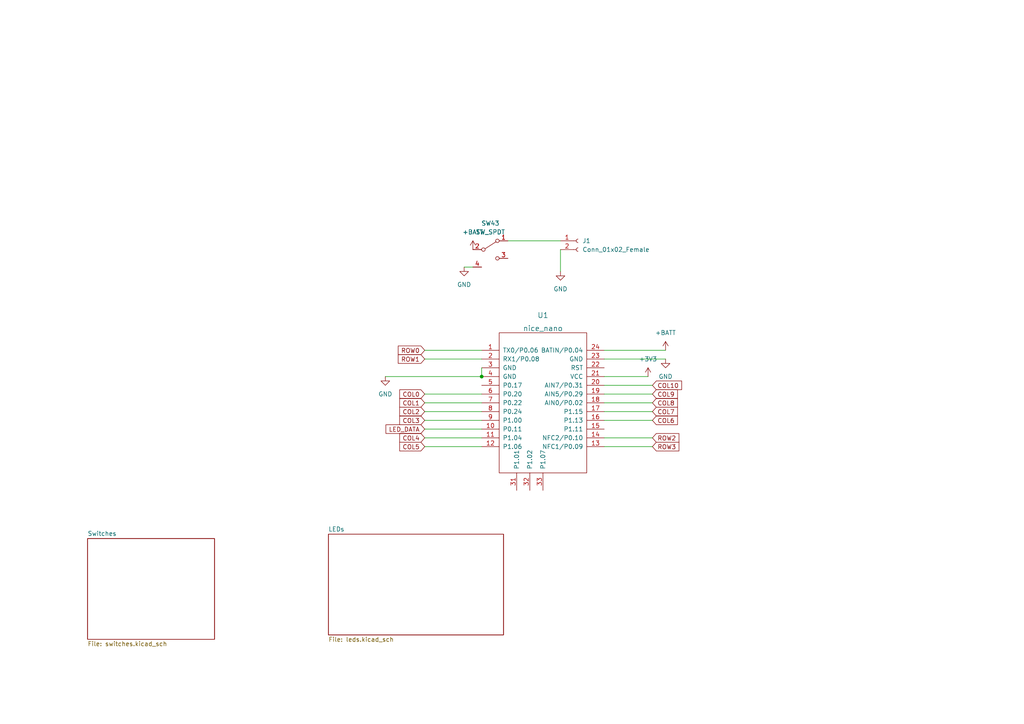
<source format=kicad_sch>
(kicad_sch (version 20211123) (generator eeschema)
  (paper "A4")
  (lib_symbols
    (symbol "Connector:Conn_01x02_Female" (pin_names (offset 1.016) hide)
      (property "Reference" "J" (at 0 2.54 0))
      (property "Value" "Conn_01x02_Female" (at 0 -5.08 0))
      (symbol "Conn_01x02_Female_1_1"
        (arc (start 0 -2.032) (mid -0.508 -2.54) (end 0 -3.048) (stroke (width 0.1524)))
        (polyline (pts (xy -1.27 -2.54) (xy -0.508 -2.54)) (stroke (width 0.1524)))
        (polyline (pts (xy -1.27 0) (xy -0.508 0)) (stroke (width 0.1524)))
        (arc (start 0 0.508) (mid -0.508 0) (end 0 -0.508) (stroke (width 0.1524)))
        (pin passive line (at -5.08 0 0) (length 3.81) (name "Pin_1") (number "1"))
        (pin passive line (at -5.08 -2.54 0) (length 3.81) (name "Pin_2") (number "2"))
      )
    )
    (symbol "nice!nano:nice_nano" (pin_names (offset 1.016))
      (property "Reference" "U" (at 0 0 0))
      (property "Value" "nice_nano" (at 0 2.54 0))
      (symbol "nice_nano_0_1"
        (rectangle (start -12.7 -21.59) (end 12.7 19.05))
      )
      (symbol "nice_nano_1_1"
        (pin input line (at -17.78 13.97 0) (length 5.08) (name "TX0/P0.06") (number "1"))
        (pin input line (at -17.78 -8.89 0) (length 5.08) (name "P0.11") (number "10"))
        (pin input line (at -17.78 -11.43 0) (length 5.08) (name "P1.04") (number "11"))
        (pin input line (at -17.78 -13.97 0) (length 5.08) (name "P1.06") (number "12"))
        (pin input line (at 17.78 -13.97 180) (length 5.08) (name "NFC1/P0.09") (number "13"))
        (pin input line (at 17.78 -11.43 180) (length 5.08) (name "NFC2/P0.10") (number "14"))
        (pin input line (at 17.78 -8.89 180) (length 5.08) (name "P1.11") (number "15"))
        (pin input line (at 17.78 -6.35 180) (length 5.08) (name "P1.13") (number "16"))
        (pin input line (at 17.78 -3.81 180) (length 5.08) (name "P1.15") (number "17"))
        (pin input line (at 17.78 -1.27 180) (length 5.08) (name "AIN0/P0.02") (number "18"))
        (pin input line (at 17.78 1.27 180) (length 5.08) (name "AIN5/P0.29") (number "19"))
        (pin input line (at -17.78 11.43 0) (length 5.08) (name "RX1/P0.08") (number "2"))
        (pin input line (at 17.78 3.81 180) (length 5.08) (name "AIN7/P0.31") (number "20"))
        (pin input line (at 17.78 6.35 180) (length 5.08) (name "VCC") (number "21"))
        (pin input line (at 17.78 8.89 180) (length 5.08) (name "RST") (number "22"))
        (pin input line (at 17.78 11.43 180) (length 5.08) (name "GND") (number "23"))
        (pin input line (at 17.78 13.97 180) (length 5.08) (name "BATIN/P0.04") (number "24"))
        (pin input line (at -17.78 8.89 0) (length 5.08) (name "GND") (number "3"))
        (pin input line (at -7.62 -26.67 90) (length 5.08) (name "P1.01") (number "31"))
        (pin input line (at -3.81 -26.67 90) (length 5.08) (name "P1.02") (number "32"))
        (pin input line (at 0 -26.67 90) (length 5.08) (name "P1.07") (number "33"))
        (pin input line (at -17.78 6.35 0) (length 5.08) (name "GND") (number "4"))
        (pin input line (at -17.78 3.81 0) (length 5.08) (name "P0.17") (number "5"))
        (pin input line (at -17.78 1.27 0) (length 5.08) (name "P0.20") (number "6"))
        (pin input line (at -17.78 -1.27 0) (length 5.08) (name "P0.22") (number "7"))
        (pin input line (at -17.78 -3.81 0) (length 5.08) (name "P0.24") (number "8"))
        (pin input line (at -17.78 -6.35 0) (length 5.08) (name "P1.00") (number "9"))
      )
    )
    (symbol "power:+3.3V" (power) (pin_names (offset 0))
      (property "Value" "+3.3V" (at 0 3.556 0))
      (symbol "+3.3V_0_1"
        (polyline (pts (xy -0.762 1.27) (xy 0 2.54)))
        (polyline (pts (xy 0 0) (xy 0 2.54)))
        (polyline (pts (xy 0 2.54) (xy 0.762 1.27)))
      )
      (symbol "+3.3V_1_1"
        (pin power_in line (at 0 0 90) (length 0) hide (name "+3V3") (number "1"))
      )
    )
    (symbol "power:+BATT" (power) (pin_names (offset 0))
      (property "Value" "+BATT" (at 0 3.556 0))
      (symbol "+BATT_0_1"
        (polyline (pts (xy -0.762 1.27) (xy 0 2.54)))
        (polyline (pts (xy 0 0) (xy 0 2.54)))
        (polyline (pts (xy 0 2.54) (xy 0.762 1.27)))
      )
      (symbol "+BATT_1_1"
        (pin power_in line (at 0 0 90) (length 0) hide (name "+BATT") (number "1"))
      )
    )
    (symbol "power:GND" (power) (pin_names (offset 0))
      (property "Value" "GND" (at 0 -3.81 0))
      (symbol "GND_0_1"
        (polyline (pts (xy 0 0) (xy 0 -1.27) (xy 1.27 -1.27) (xy 0 -2.54) (xy -1.27 -1.27) (xy 0 -1.27)))
      )
      (symbol "GND_1_1"
        (pin power_in line (at 0 0 270) (length 0) hide (name "GND") (number "1"))
      )
    )
    (symbol "voidswitch:SW_SPDT" (pin_names (offset 0) hide)
      (property "Reference" "SW" (at 0 4.318 0))
      (property "Value" "SW_SPDT" (at 0 -7.62 0))
      (symbol "SW_SPDT_0_0"
        (circle (center -2.032 0) (radius 0.508))
        (circle (center 2.032 -2.54) (radius 0.508))
      )
      (symbol "SW_SPDT_0_1"
        (polyline (pts (xy -1.524 0.254) (xy 1.651 2.286)))
        (circle (center 2.032 2.54) (radius 0.508))
      )
      (symbol "SW_SPDT_1_1"
        (pin passive line (at 5.08 2.54 180) (length 2.54) (name "A") (number "1"))
        (pin passive line (at -5.08 0 0) (length 2.54) (name "B") (number "2"))
        (pin passive line (at 5.08 -2.54 180) (length 2.54) (name "C") (number "3"))
        (pin passive line (at -5.08 -5.08 0) (length 2.54) (name "GND") (number "4"))
      )
    )
  )
  (junction (at 139.7 109.22))
  (wire (pts (xy 189.23 114.3) (xy 175.26 114.3)))
  (wire (pts (xy 123.19 114.3) (xy 139.7 114.3)))
  (wire (pts (xy 134.62 77.47) (xy 137.16 77.47)))
  (wire (pts (xy 111.76 109.22) (xy 139.7 109.22)))
  (wire (pts (xy 147.32 69.85) (xy 162.56 69.85)))
  (wire (pts (xy 189.23 127) (xy 175.26 127)))
  (wire (pts (xy 123.19 124.46) (xy 139.7 124.46)))
  (wire (pts (xy 123.19 116.84) (xy 139.7 116.84)))
  (wire (pts (xy 162.56 78.74) (xy 162.56 72.39)))
  (wire (pts (xy 123.19 127) (xy 139.7 127)))
  (wire (pts (xy 189.23 121.92) (xy 175.26 121.92)))
  (wire (pts (xy 123.19 101.6) (xy 139.7 101.6)))
  (wire (pts (xy 189.23 111.76) (xy 175.26 111.76)))
  (wire (pts (xy 189.23 129.54) (xy 175.26 129.54)))
  (wire (pts (xy 123.19 129.54) (xy 139.7 129.54)))
  (wire (pts (xy 123.19 121.92) (xy 139.7 121.92)))
  (wire (pts (xy 193.04 101.6) (xy 175.26 101.6)))
  (wire (pts (xy 189.23 119.38) (xy 175.26 119.38)))
  (wire (pts (xy 175.26 104.14) (xy 193.04 104.14)))
  (wire (pts (xy 139.7 106.68) (xy 139.7 109.22)))
  (wire (pts (xy 175.26 109.22) (xy 187.96 109.22)))
  (wire (pts (xy 123.19 119.38) (xy 139.7 119.38)))
  (wire (pts (xy 123.19 104.14) (xy 139.7 104.14)))
  (wire (pts (xy 189.23 116.84) (xy 175.26 116.84)))
  (global_label "COL2" (shape input) (at 123.19 119.38 180) (property "Intersheet References" "${INTERSHEET_REFS}" (effects hide)))
  (global_label "ROW0" (shape input) (at 123.19 101.6 180) (property "Intersheet References" "${INTERSHEET_REFS}" (effects hide)))
  (global_label "COL8" (shape input) (at 189.23 116.84 0) (property "Intersheet References" "${INTERSHEET_REFS}" (effects hide)))
  (global_label "COL10" (shape input) (at 189.23 111.76 0) (property "Intersheet References" "${INTERSHEET_REFS}" (effects hide)))
  (global_label "COL3" (shape input) (at 123.19 121.92 180) (property "Intersheet References" "${INTERSHEET_REFS}" (effects hide)))
  (global_label "ROW2" (shape input) (at 189.23 127 0) (property "Intersheet References" "${INTERSHEET_REFS}" (effects hide)))
  (global_label "ROW1" (shape input) (at 123.19 104.14 180) (property "Intersheet References" "${INTERSHEET_REFS}" (effects hide)))
  (global_label "COL9" (shape input) (at 189.23 114.3 0) (property "Intersheet References" "${INTERSHEET_REFS}" (effects hide)))
  (global_label "COL4" (shape input) (at 123.19 127 180) (property "Intersheet References" "${INTERSHEET_REFS}" (effects hide)))
  (global_label "COL1" (shape input) (at 123.19 116.84 180) (property "Intersheet References" "${INTERSHEET_REFS}" (effects hide)))
  (global_label "LED_DATA" (shape input) (at 123.19 124.46 180) (property "Intersheet References" "${INTERSHEET_REFS}" (effects hide)))
  (global_label "ROW3" (shape input) (at 189.23 129.54 0) (property "Intersheet References" "${INTERSHEET_REFS}" (effects hide)))
  (global_label "COL7" (shape input) (at 189.23 119.38 0) (property "Intersheet References" "${INTERSHEET_REFS}" (effects hide)))
  (global_label "COL6" (shape input) (at 189.23 121.92 0) (property "Intersheet References" "${INTERSHEET_REFS}" (effects hide)))
  (global_label "COL5" (shape input) (at 123.19 129.54 180) (property "Intersheet References" "${INTERSHEET_REFS}" (effects hide)))
  (global_label "COL0" (shape input) (at 123.19 114.3 180) (property "Intersheet References" "${INTERSHEET_REFS}" (effects hide)))
  (symbol (lib_id "power:GND") (at 134.62 77.47 0) (unit 1)
    (property "Reference" "#PWR07" (effects hide))
    (property "Value" "GND" (at 134.62 82.55 0))
  )
  (symbol (lib_id "nice!nano:nice_nano") (at 157.48 115.57 0) (unit 1)
    (property "Reference" "U1" (at 157.48 91.44 0) (effects (font (size 1.524 1.524))))
    (property "Value" "nice_nano" (at 157.48 95.25 0) (effects (font (size 1.524 1.524))))
    (property "Footprint" "nice-nano-kicad-master:nice_nano" (effects hide))
  )
  (symbol (lib_id "power:+BATT") (at 137.16 72.39 0) (unit 1)
    (property "Reference" "#PWR02" (effects hide))
    (property "Value" "+BATT" (at 137.16 67.31 0))
  )
  (symbol (lib_id "power:+3.3V") (at 187.96 109.22 0) (unit 1)
    (property "Reference" "#PWR04" (effects hide))
    (property "Value" "+3.3V" (at 187.96 104.14 0))
  )
  (symbol (lib_id "power:GND") (at 111.76 109.22 0) (unit 1)
    (property "Reference" "#PWR01" (effects hide))
    (property "Value" "GND" (at 111.76 114.3 0))
  )
  (symbol (lib_id "power:GND") (at 162.56 78.74 0) (unit 1)
    (property "Reference" "#PWR03" (effects hide))
    (property "Value" "GND" (at 162.56 83.82 0))
  )
  (symbol (lib_id "power:GND") (at 193.04 104.14 0) (unit 1)
    (property "Reference" "#PWR0104" (effects hide))
    (property "Value" "GND" (at 193.04 109.22 0))
  )
  (symbol (lib_id "voidswitch:SW_SPDT") (at 142.24 72.39 0) (unit 1)
    (property "Reference" "SW43" (at 142.24 64.77 0))
    (property "Value" "SW_SPDT" (at 142.24 67.31 0))
    (property "Footprint" "VoidSwitch:MSK12C02" (effects hide))
  )
  (symbol (lib_id "Connector:Conn_01x02_Female") (at 167.64 69.85 0) (unit 1)
    (property "Reference" "J1" (at 168.91 69.8499 0) (effects (justify left)))
    (property "Value" "Conn_01x02_Female" (at 168.91 72.3899 0) (effects (justify left)))
    (property "Footprint" "Connector_JST:JST_PH_S2B-PH-K_1x02_P2.00mm_Horizontal" (effects hide))
  )
  (symbol (lib_id "power:+BATT") (at 193.04 101.6 0) (unit 1)
    (property "Reference" "#PWR05" (effects hide))
    (property "Value" "+BATT" (at 193.04 96.52 0))
  )
  (sheet (at 25.4 156.21) (size 36.83 29.21) (stroke (width 0.1524))
    (property "Sheet name" "Switches" (at 25.4 155.4984 0) (effects (justify left bottom)))
    (property "Sheet file" "switches.kicad_sch" (at 25.4 186.0046 0) (effects (justify left top)))
  )
  (sheet (at 95.25 154.94) (size 50.8 29.21) (stroke (width 0.1524))
    (property "Sheet name" "LEDs" (at 95.25 154.2284 0) (effects (justify left bottom)))
    (property "Sheet file" "leds.kicad_sch" (at 95.25 184.7346 0) (effects (justify left top)))
  )
)
</source>
